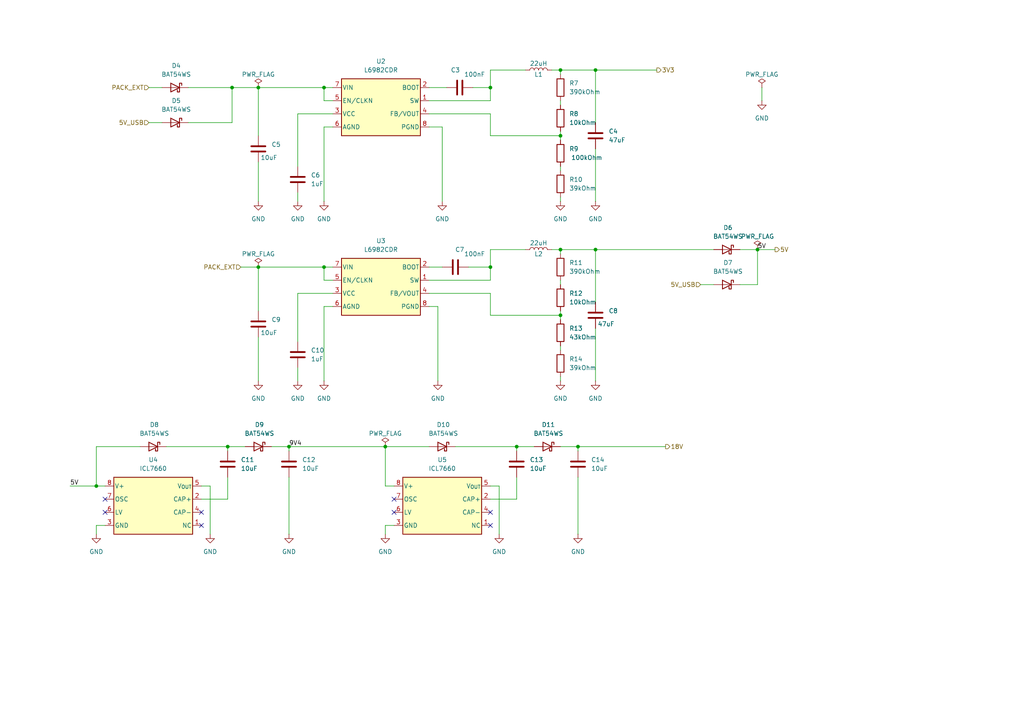
<source format=kicad_sch>
(kicad_sch (version 20231120) (generator "eeschema") (generator_version "8.0")
  (paper "A4")
  (lib_symbols
    (symbol "benediktibk:BAT54WS" (pin_numbers hide) (pin_names (offset 1.016) hide)
      (property "Reference" "D" (at 0 2.54 0))
      (property "Value" "BAT54WS" (at 0 -2.54 0))
      (symbol "BAT54WS_0_1"
        (polyline (pts (xy 1.27 0) (xy -1.27 0)))
        (polyline (pts (xy 1.27 1.27) (xy 1.27 -1.27) (xy -1.27 0) (xy 1.27 1.27)) (stroke (width 0.254)))
        (polyline (pts (xy -1.905 0.635) (xy -1.905 1.27) (xy -1.27 1.27) (xy -1.27 -1.27) (xy -0.635 -1.27) (xy -0.635 -0.635)) (stroke (width 0.254)))
      )
      (symbol "BAT54WS_1_1"
        (pin passive line (at -3.81 0 0) (length 2.54) (name "K") (number "1"))
        (pin passive line (at 3.81 0 180) (length 2.54) (name "A") (number "2"))
      )
    )
    (symbol "benediktibk:C_100nF_SMD_0603_50V" (pin_numbers hide) (pin_names (offset 0.254))
      (property "Reference" "C" (at 0.635 2.54 0))
      (property "Value" "C_100nF_SMD_0603_50V" (at 0.635 -2.54 0))
      (symbol "C_100nF_SMD_0603_50V_0_1"
        (polyline (pts (xy -2.032 -0.762) (xy 2.032 -0.762)) (stroke (width 0.508)))
        (polyline (pts (xy -2.032 0.762) (xy 2.032 0.762)) (stroke (width 0.508)))
      )
      (symbol "C_100nF_SMD_0603_50V_1_1"
        (pin passive line (at 0 3.81 270) (length 2.794) (name "~") (number "1"))
        (pin passive line (at 0 -3.81 90) (length 2.794) (name "~") (number "2"))
      )
    )
    (symbol "benediktibk:C_10uF_SMD_1210_50V_20%" (pin_numbers hide) (pin_names (offset 0.254))
      (property "Reference" "C" (at 0.635 2.54 0))
      (property "Value" "C_10uF_SMD_1210_50V_20%" (at 0.635 -2.54 0))
      (symbol "C_10uF_SMD_1210_50V_20%_0_1"
        (polyline (pts (xy -2.032 -0.762) (xy 2.032 -0.762)) (stroke (width 0.508)))
        (polyline (pts (xy -2.032 0.762) (xy 2.032 0.762)) (stroke (width 0.508)))
      )
      (symbol "C_10uF_SMD_1210_50V_20%_1_1"
        (pin passive line (at 0 3.81 270) (length 2.794) (name "~") (number "1"))
        (pin passive line (at 0 -3.81 90) (length 2.794) (name "~") (number "2"))
      )
    )
    (symbol "benediktibk:C_1uF_SMD_0603_50V_10%" (pin_numbers hide) (pin_names (offset 0.254))
      (property "Reference" "C" (at 0.635 2.54 0))
      (property "Value" "C_1uF_SMD_0603_50V_10%" (at 0.635 -2.54 0))
      (symbol "C_1uF_SMD_0603_50V_10%_0_1"
        (polyline (pts (xy -2.032 -0.762) (xy 2.032 -0.762)) (stroke (width 0.508)))
        (polyline (pts (xy -2.032 0.762) (xy 2.032 0.762)) (stroke (width 0.508)))
      )
      (symbol "C_1uF_SMD_0603_50V_10%_1_1"
        (pin passive line (at 0 3.81 270) (length 2.794) (name "~") (number "1"))
        (pin passive line (at 0 -3.81 90) (length 2.794) (name "~") (number "2"))
      )
    )
    (symbol "benediktibk:C_47uF_SMD_1206_25V_20%" (pin_numbers hide) (pin_names (offset 0.254))
      (property "Reference" "C" (at 0.635 2.54 0))
      (property "Value" "C_47uF_SMD_1206_25V_20%" (at 0.635 -2.54 0))
      (symbol "C_47uF_SMD_1206_25V_20%_0_1"
        (polyline (pts (xy -2.032 -0.762) (xy 2.032 -0.762)) (stroke (width 0.508)))
        (polyline (pts (xy -2.032 0.762) (xy 2.032 0.762)) (stroke (width 0.508)))
      )
      (symbol "C_47uF_SMD_1206_25V_20%_1_1"
        (pin passive line (at 0 3.81 270) (length 2.794) (name "~") (number "1"))
        (pin passive line (at 0 -3.81 90) (length 2.794) (name "~") (number "2"))
      )
    )
    (symbol "benediktibk:ICL7660" (pin_names (offset 0.254))
      (property "Reference" "U" (at -6.35 5.715 0))
      (property "Value" "ICL7660" (at 0 5.715 0))
      (symbol "ICL7660_0_1"
        (rectangle (start -7.62 3.81) (end 15.24 -12.7) (stroke (width 0.254)) (fill (type background)))
      )
      (symbol "ICL7660_1_1"
        (pin bidirectional line (at 17.78 -10.16 180) (length 2.54) (name "NC") (number "1"))
        (pin bidirectional line (at 17.78 -2.54 180) (length 2.54) (name "CAP+") (number "2"))
        (pin passive line (at -10.16 -10.16 0) (length 2.54) (name "GND") (number "3"))
        (pin bidirectional line (at 17.78 -6.35 180) (length 2.54) (name "CAP-") (number "4"))
        (pin passive line (at 17.78 1.27 180) (length 2.54) (name "V_{OUT}") (number "5"))
        (pin input line (at -10.16 -6.35 0) (length 2.54) (name "LV") (number "6"))
        (pin input line (at -10.16 -2.54 0) (length 2.54) (name "OSC") (number "7"))
        (pin power_in line (at -10.16 1.27 0) (length 2.54) (name "V+") (number "8"))
      )
    )
    (symbol "benediktibk:L6982CDR" (pin_names (offset 0.254))
      (property "Reference" "U" (at -6.35 5.715 0))
      (property "Value" "L6982CDR" (at 0 5.715 0))
      (symbol "L6982CDR_0_1"
        (rectangle (start -7.62 3.81) (end 15.24 -12.7) (stroke (width 0.254)) (fill (type background)))
      )
      (symbol "L6982CDR_1_1"
        (pin power_out line (at 17.78 -2.54 180) (length 2.54) (name "SW") (number "1"))
        (pin input line (at 17.78 1.27 180) (length 2.54) (name "BOOT") (number "2"))
        (pin power_out line (at -10.16 -6.35 0) (length 2.54) (name "VCC") (number "3"))
        (pin power_out line (at 17.78 -6.35 180) (length 2.54) (name "FB/VOUT") (number "4"))
        (pin input line (at -10.16 -2.54 0) (length 2.54) (name "EN/CLKN") (number "5"))
        (pin passive line (at -10.16 -10.16 0) (length 2.54) (name "AGND") (number "6"))
        (pin power_in line (at -10.16 1.27 0) (length 2.54) (name "VIN") (number "7"))
        (pin passive line (at 17.78 -10.16 180) (length 2.54) (name "PGND") (number "8"))
      )
    )
    (symbol "benediktibk:L_22uH_1_9A_9MHz_10%" (pin_numbers hide) (pin_names (offset 1.016) hide)
      (property "Reference" "L" (at -1.27 0 90))
      (property "Value" "L_22uH_1_9A_9MHz_10%" (at 1.905 0 90))
      (symbol "L_22uH_1_9A_9MHz_10%_0_1"
        (arc (start 0 -2.54) (mid 0.6323 -1.905) (end 0 -1.27))
        (arc (start 0 -1.27) (mid 0.6323 -0.635) (end 0 0))
        (arc (start 0 0) (mid 0.6323 0.635) (end 0 1.27))
        (arc (start 0 1.27) (mid 0.6323 1.905) (end 0 2.54))
      )
      (symbol "L_22uH_1_9A_9MHz_10%_1_1"
        (pin passive line (at 0 3.81 270) (length 1.27) (name "1") (number "1"))
        (pin passive line (at 0 -3.81 90) (length 1.27) (name "2") (number "2"))
      )
    )
    (symbol "benediktibk:R_100kOhm_SMD_0603_100mW_1%" (pin_numbers hide) (pin_names (offset 0))
      (property "Reference" "R" (at 2.032 0 90))
      (property "Value" "R_100kOhm_SMD_0603_100mW_1%" (at -5.588 -1.016 90))
      (symbol "R_100kOhm_SMD_0603_100mW_1%_0_1"
        (rectangle (start -1.016 -2.54) (end 1.016 2.54) (stroke (width 0.254)))
      )
      (symbol "R_100kOhm_SMD_0603_100mW_1%_1_1"
        (pin passive line (at 0 3.81 270) (length 1.27) (name "~") (number "1"))
        (pin passive line (at 0 -3.81 90) (length 1.27) (name "~") (number "2"))
      )
    )
    (symbol "benediktibk:R_10kOhm_SMD_0603_100mW_1%" (pin_numbers hide) (pin_names (offset 0))
      (property "Reference" "R" (at 2.032 0 90))
      (property "Value" "R_10kOhm_SMD_0603_100mW_1%" (at -5.588 -1.016 90))
      (symbol "R_10kOhm_SMD_0603_100mW_1%_0_1"
        (rectangle (start -1.016 -2.54) (end 1.016 2.54) (stroke (width 0.254)))
      )
      (symbol "R_10kOhm_SMD_0603_100mW_1%_1_1"
        (pin passive line (at 0 3.81 270) (length 1.27) (name "~") (number "1"))
        (pin passive line (at 0 -3.81 90) (length 1.27) (name "~") (number "2"))
      )
    )
    (symbol "benediktibk:R_390kOhm_SMD_0603_100mW_1%" (pin_numbers hide) (pin_names (offset 0))
      (property "Reference" "R" (at 2.032 0 90))
      (property "Value" "R_390kOhm_SMD_0603_100mW_1%" (at -5.588 -1.016 90))
      (symbol "R_390kOhm_SMD_0603_100mW_1%_0_1"
        (rectangle (start -1.016 -2.54) (end 1.016 2.54) (stroke (width 0.254)))
      )
      (symbol "R_390kOhm_SMD_0603_100mW_1%_1_1"
        (pin passive line (at 0 3.81 270) (length 1.27) (name "~") (number "1"))
        (pin passive line (at 0 -3.81 90) (length 1.27) (name "~") (number "2"))
      )
    )
    (symbol "benediktibk:R_39kOhm_SMD_0603_100mW_1%" (pin_numbers hide) (pin_names (offset 0))
      (property "Reference" "R" (at 2.032 0 90))
      (property "Value" "R_39kOhm_SMD_0603_100mW_1%" (at -5.588 -1.016 90))
      (symbol "R_39kOhm_SMD_0603_100mW_1%_0_1"
        (rectangle (start -1.016 -2.54) (end 1.016 2.54) (stroke (width 0.254)))
      )
      (symbol "R_39kOhm_SMD_0603_100mW_1%_1_1"
        (pin passive line (at 0 3.81 270) (length 1.27) (name "~") (number "1"))
        (pin passive line (at 0 -3.81 90) (length 1.27) (name "~") (number "2"))
      )
    )
    (symbol "benediktibk:R_43kOhm_SMD_0603_100mW_1%" (pin_numbers hide) (pin_names (offset 0))
      (property "Reference" "R" (at 2.032 0 90))
      (property "Value" "R_43kOhm_SMD_0603_100mW_1%" (at -5.588 -1.016 90))
      (symbol "R_43kOhm_SMD_0603_100mW_1%_0_1"
        (rectangle (start -1.016 -2.54) (end 1.016 2.54) (stroke (width 0.254)))
      )
      (symbol "R_43kOhm_SMD_0603_100mW_1%_1_1"
        (pin passive line (at 0 3.81 270) (length 1.27) (name "~") (number "1"))
        (pin passive line (at 0 -3.81 90) (length 1.27) (name "~") (number "2"))
      )
    )
    (symbol "power:GND" (power) (pin_numbers hide) (pin_names (offset 0) hide)
      (property "Value" "GND" (at 0 -3.81 0))
      (symbol "GND_0_1"
        (polyline (pts (xy 0 0) (xy 0 -1.27) (xy 1.27 -1.27) (xy 0 -2.54) (xy -1.27 -1.27) (xy 0 -1.27)))
      )
      (symbol "GND_1_1"
        (pin power_in line (at 0 0 270) (length 0) (name "~") (number "1"))
      )
    )
    (symbol "power:PWR_FLAG" (power) (pin_numbers hide) (pin_names (offset 0) hide)
      (property "Value" "PWR_FLAG" (at 0 3.81 0))
      (symbol "PWR_FLAG_0_0"
        (pin power_out line (at 0 0 90) (length 0) (name "~") (number "1"))
      )
      (symbol "PWR_FLAG_0_1"
        (polyline (pts (xy 0 0) (xy 0 1.27) (xy -1.016 1.905) (xy 0 2.54) (xy 1.016 1.905) (xy 0 1.27)))
      )
    )
  )
  (junction (at 219.71 72.39))
  (junction (at 167.64 129.54))
  (junction (at 142.24 25.4))
  (junction (at 66.04 129.54))
  (junction (at 162.56 72.39))
  (junction (at 149.86 129.54))
  (junction (at 83.82 129.54))
  (junction (at 93.98 77.47))
  (junction (at 93.98 25.4))
  (junction (at 172.72 72.39))
  (junction (at 162.56 39.37))
  (junction (at 74.93 25.4))
  (junction (at 162.56 91.44))
  (junction (at 162.56 20.32))
  (junction (at 142.24 77.47))
  (junction (at 67.31 25.4))
  (junction (at 111.76 129.54))
  (junction (at 172.72 20.32))
  (junction (at 27.94 140.97))
  (junction (at 74.93 77.47))
  (no_connect (at 142.24 148.59))
  (no_connect (at 30.48 148.59))
  (no_connect (at 142.24 152.4))
  (no_connect (at 114.3 144.78))
  (no_connect (at 114.3 148.59))
  (no_connect (at 30.48 144.78))
  (no_connect (at 58.42 152.4))
  (no_connect (at 58.42 148.59))
  (wire (pts (xy 66.04 130.81) (xy 66.04 129.54)))
  (wire (pts (xy 124.46 33.02) (xy 142.24 33.02)))
  (wire (pts (xy 40.64 129.54) (xy 27.94 129.54)))
  (wire (pts (xy 27.94 152.4) (xy 30.48 152.4)))
  (wire (pts (xy 162.56 29.21) (xy 162.56 30.48)))
  (wire (pts (xy 86.36 55.88) (xy 86.36 58.42)))
  (wire (pts (xy 83.82 130.81) (xy 83.82 129.54)))
  (wire (pts (xy 86.36 48.26) (xy 86.36 33.02)))
  (wire (pts (xy 162.56 92.71) (xy 162.56 91.44)))
  (wire (pts (xy 142.24 81.28) (xy 142.24 77.47)))
  (wire (pts (xy 86.36 85.09) (xy 96.52 85.09)))
  (wire (pts (xy 67.31 25.4) (xy 67.31 35.56)))
  (wire (pts (xy 142.24 39.37) (xy 162.56 39.37)))
  (wire (pts (xy 93.98 88.9) (xy 93.98 110.49)))
  (wire (pts (xy 167.64 138.43) (xy 167.64 154.94)))
  (wire (pts (xy 43.18 25.4) (xy 46.99 25.4)))
  (wire (pts (xy 142.24 33.02) (xy 142.24 39.37)))
  (wire (pts (xy 124.46 29.21) (xy 142.24 29.21)))
  (wire (pts (xy 20.32 140.97) (xy 27.94 140.97)))
  (wire (pts (xy 127 110.49) (xy 127 88.9)))
  (wire (pts (xy 27.94 129.54) (xy 27.94 140.97)))
  (wire (pts (xy 149.86 130.81) (xy 149.86 129.54)))
  (wire (pts (xy 162.56 100.33) (xy 162.56 101.6)))
  (wire (pts (xy 66.04 129.54) (xy 71.12 129.54)))
  (wire (pts (xy 27.94 154.94) (xy 27.94 152.4)))
  (wire (pts (xy 96.52 81.28) (xy 93.98 81.28)))
  (wire (pts (xy 60.96 154.94) (xy 60.96 140.97)))
  (wire (pts (xy 162.56 91.44) (xy 162.56 90.17)))
  (wire (pts (xy 172.72 95.25) (xy 172.72 110.49)))
  (wire (pts (xy 96.52 36.83) (xy 93.98 36.83)))
  (wire (pts (xy 162.56 20.32) (xy 162.56 21.59)))
  (wire (pts (xy 86.36 99.06) (xy 86.36 85.09)))
  (wire (pts (xy 48.26 129.54) (xy 66.04 129.54)))
  (wire (pts (xy 142.24 20.32) (xy 142.24 25.4)))
  (wire (pts (xy 27.94 140.97) (xy 30.48 140.97)))
  (wire (pts (xy 172.72 72.39) (xy 172.72 87.63)))
  (wire (pts (xy 214.63 72.39) (xy 219.71 72.39)))
  (wire (pts (xy 67.31 25.4) (xy 74.93 25.4)))
  (wire (pts (xy 96.52 88.9) (xy 93.98 88.9)))
  (wire (pts (xy 111.76 154.94) (xy 111.76 152.4)))
  (wire (pts (xy 93.98 36.83) (xy 93.98 58.42)))
  (wire (pts (xy 160.02 72.39) (xy 162.56 72.39)))
  (wire (pts (xy 162.56 48.26) (xy 162.56 49.53)))
  (wire (pts (xy 74.93 97.79) (xy 74.93 110.49)))
  (wire (pts (xy 93.98 25.4) (xy 74.93 25.4)))
  (wire (pts (xy 160.02 20.32) (xy 162.56 20.32)))
  (wire (pts (xy 86.36 106.68) (xy 86.36 110.49)))
  (wire (pts (xy 162.56 38.1) (xy 162.56 39.37)))
  (wire (pts (xy 167.64 129.54) (xy 193.04 129.54)))
  (wire (pts (xy 74.93 77.47) (xy 74.93 90.17)))
  (wire (pts (xy 111.76 140.97) (xy 114.3 140.97)))
  (wire (pts (xy 74.93 77.47) (xy 93.98 77.47)))
  (wire (pts (xy 214.63 82.55) (xy 219.71 82.55)))
  (wire (pts (xy 162.56 129.54) (xy 167.64 129.54)))
  (wire (pts (xy 149.86 129.54) (xy 154.94 129.54)))
  (wire (pts (xy 124.46 129.54) (xy 111.76 129.54)))
  (wire (pts (xy 152.4 20.32) (xy 142.24 20.32)))
  (wire (pts (xy 162.56 73.66) (xy 162.56 72.39)))
  (wire (pts (xy 203.2 82.55) (xy 207.01 82.55)))
  (wire (pts (xy 78.74 129.54) (xy 83.82 129.54)))
  (wire (pts (xy 152.4 72.39) (xy 142.24 72.39)))
  (wire (pts (xy 83.82 138.43) (xy 83.82 154.94)))
  (wire (pts (xy 172.72 43.18) (xy 172.72 58.42)))
  (wire (pts (xy 220.98 25.4) (xy 220.98 29.21)))
  (wire (pts (xy 124.46 81.28) (xy 142.24 81.28)))
  (wire (pts (xy 93.98 77.47) (xy 96.52 77.47)))
  (wire (pts (xy 128.27 36.83) (xy 128.27 58.42)))
  (wire (pts (xy 162.56 109.22) (xy 162.56 110.49)))
  (wire (pts (xy 124.46 25.4) (xy 129.54 25.4)))
  (wire (pts (xy 66.04 144.78) (xy 58.42 144.78)))
  (wire (pts (xy 142.24 91.44) (xy 162.56 91.44)))
  (wire (pts (xy 142.24 25.4) (xy 137.16 25.4)))
  (wire (pts (xy 144.78 154.94) (xy 144.78 140.97)))
  (wire (pts (xy 162.56 72.39) (xy 172.72 72.39)))
  (wire (pts (xy 124.46 36.83) (xy 128.27 36.83)))
  (wire (pts (xy 142.24 77.47) (xy 135.89 77.47)))
  (wire (pts (xy 162.56 57.15) (xy 162.56 58.42)))
  (wire (pts (xy 142.24 29.21) (xy 142.24 25.4)))
  (wire (pts (xy 132.08 129.54) (xy 149.86 129.54)))
  (wire (pts (xy 142.24 85.09) (xy 142.24 91.44)))
  (wire (pts (xy 149.86 144.78) (xy 142.24 144.78)))
  (wire (pts (xy 144.78 140.97) (xy 142.24 140.97)))
  (wire (pts (xy 111.76 152.4) (xy 114.3 152.4)))
  (wire (pts (xy 83.82 129.54) (xy 111.76 129.54)))
  (wire (pts (xy 162.56 81.28) (xy 162.56 82.55)))
  (wire (pts (xy 74.93 25.4) (xy 74.93 39.37)))
  (wire (pts (xy 66.04 138.43) (xy 66.04 144.78)))
  (wire (pts (xy 172.72 72.39) (xy 207.01 72.39)))
  (wire (pts (xy 43.18 35.56) (xy 46.99 35.56)))
  (wire (pts (xy 127 88.9) (xy 124.46 88.9)))
  (wire (pts (xy 124.46 77.47) (xy 128.27 77.47)))
  (wire (pts (xy 93.98 29.21) (xy 93.98 25.4)))
  (wire (pts (xy 54.61 25.4) (xy 67.31 25.4)))
  (wire (pts (xy 219.71 72.39) (xy 219.71 82.55)))
  (wire (pts (xy 172.72 35.56) (xy 172.72 20.32)))
  (wire (pts (xy 60.96 140.97) (xy 58.42 140.97)))
  (wire (pts (xy 96.52 25.4) (xy 93.98 25.4)))
  (wire (pts (xy 172.72 20.32) (xy 190.5 20.32)))
  (wire (pts (xy 93.98 81.28) (xy 93.98 77.47)))
  (wire (pts (xy 111.76 129.54) (xy 111.76 140.97)))
  (wire (pts (xy 167.64 130.81) (xy 167.64 129.54)))
  (wire (pts (xy 142.24 72.39) (xy 142.24 77.47)))
  (wire (pts (xy 54.61 35.56) (xy 67.31 35.56)))
  (wire (pts (xy 96.52 29.21) (xy 93.98 29.21)))
  (wire (pts (xy 219.71 72.39) (xy 224.79 72.39)))
  (wire (pts (xy 162.56 39.37) (xy 162.56 40.64)))
  (wire (pts (xy 124.46 85.09) (xy 142.24 85.09)))
  (wire (pts (xy 149.86 138.43) (xy 149.86 144.78)))
  (wire (pts (xy 162.56 20.32) (xy 172.72 20.32)))
  (wire (pts (xy 69.85 77.47) (xy 74.93 77.47)))
  (wire (pts (xy 86.36 33.02) (xy 96.52 33.02)))
  (wire (pts (xy 74.93 46.99) (xy 74.93 58.42)))
  (label "9V4" (at 83.82 129.54 0))
  (label "5V" (at 219.71 72.39 0))
  (label "5V" (at 20.32 140.97 0))
  (hierarchical_label "5V_USB" (shape input) (at 203.2 82.55 180))
  (hierarchical_label "5V_USB" (shape input) (at 43.18 35.56 180))
  (hierarchical_label "PACK_EXT" (shape input) (at 69.85 77.47 180))
  (hierarchical_label "PACK_EXT" (shape input) (at 43.18 25.4 180))
  (hierarchical_label "5V" (shape output) (at 224.79 72.39 0))
  (hierarchical_label "3V3" (shape output) (at 190.5 20.32 0))
  (hierarchical_label "18V" (shape output) (at 193.04 129.54 0))
  (symbol (lib_id "benediktibk:R_10kOhm_SMD_0603_100mW_1%") (at 162.56 86.36 0) (unit 1)
    (property "Reference" "R12" (at 165.1 85.0899 0) (effects (justify left)))
    (property "Value" "10kOhm" (at 165.1 87.63 0) (effects (justify left)))
    (property "Footprint" "benediktibk:R_0603_1608Metric_Pad0.98x0.95mm_HandSolder" (effects (hide yes)))
    (property "Description" "Resistor" (effects (hide yes)))
    (property "RS order number" "125-1173" (effects (hide yes)))
    (property "Mouser Part Number" "652-CR0603FX-1002ELF" (effects (hide yes)))
  )
  (symbol (lib_id "benediktibk:BAT54WS") (at 74.93 129.54 0) (mirror y) (unit 1)
    (property "Reference" "D9" (at 75.2475 123.19 0))
    (property "Value" "BAT54WS" (at 75.2475 125.73 0))
    (property "Footprint" "benediktibk:D_SOD-323" (effects (hide yes)))
    (property "Description" "Schottky diode" (effects (hide yes)))
    (property "RS order number" "738-4844" (effects (hide yes)))
    (property "Mouser Part Number" "637-BAT54WS" (effects (hide yes)))
  )
  (symbol (lib_id "power:GND") (at 83.82 154.94 0) (unit 1)
    (property "Reference" "#PWR032" (effects (hide yes)))
    (property "Value" "GND" (at 83.82 160.02 0))
    (property "Description" "Power symbol creates a global label with name \"GND\" , ground" (effects (hide yes)))
  )
  (symbol (lib_id "benediktibk:R_390kOhm_SMD_0603_100mW_1%") (at 162.56 25.4 0) (unit 1)
    (property "Reference" "R7" (at 165.1 24.1299 0) (effects (justify left)))
    (property "Value" "390kOhm" (at 165.1 26.6699 0) (effects (justify left)))
    (property "Footprint" "benediktibk:R_0603_1608Metric_Pad0.98x0.95mm_HandSolder" (effects (hide yes)))
    (property "Description" "Resistor" (effects (hide yes)))
    (property "RS order number" "679-0279" (effects (hide yes)))
    (property "Mouser Part Number" "603-RT0603FRE07390KL" (effects (hide yes)))
  )
  (symbol (lib_id "benediktibk:R_390kOhm_SMD_0603_100mW_1%") (at 162.56 77.47 0) (unit 1)
    (property "Reference" "R11" (at 165.1 76.1999 0) (effects (justify left)))
    (property "Value" "390kOhm" (at 165.1 78.7399 0) (effects (justify left)))
    (property "Footprint" "benediktibk:R_0603_1608Metric_Pad0.98x0.95mm_HandSolder" (effects (hide yes)))
    (property "Description" "Resistor" (effects (hide yes)))
    (property "RS order number" "679-0279" (effects (hide yes)))
    (property "Mouser Part Number" "603-RT0603FRE07390KL" (effects (hide yes)))
  )
  (symbol (lib_id "benediktibk:R_39kOhm_SMD_0603_100mW_1%") (at 162.56 105.41 0) (unit 1)
    (property "Reference" "R14" (at 165.1 104.1399 0) (effects (justify left)))
    (property "Value" "39kOhm" (at 165.1 106.6799 0) (effects (justify left)))
    (property "Footprint" "benediktibk:R_0603_1608Metric_Pad0.98x0.95mm_HandSolder" (effects (hide yes)))
    (property "Description" "Resistor" (effects (hide yes)))
    (property "RS order number" "679-0285" (effects (hide yes)))
    (property "Mouser Part Number" "603-RC0603FR-1039KL" (effects (hide yes)))
  )
  (symbol (lib_id "benediktibk:BAT54WS") (at 210.82 72.39 0) (mirror y) (unit 1)
    (property "Reference" "D6" (at 211.1375 66.04 0))
    (property "Value" "BAT54WS" (at 211.1375 68.58 0))
    (property "Footprint" "benediktibk:D_SOD-323" (effects (hide yes)))
    (property "Datasheet" "738-4844" (effects (hide yes)))
    (property "Description" "Schottky diode" (effects (hide yes)))
    (property "RS order number" "738-4844" (effects (hide yes)))
    (property "Mouser Part Number" "637-BAT54WS" (effects (hide yes)))
  )
  (symbol (lib_id "benediktibk:C_10uF_SMD_1210_50V_20%") (at 83.82 134.62 0) (unit 1)
    (property "Reference" "C12" (at 87.63 133.35 0) (effects (justify left)))
    (property "Value" "10uF" (at 87.63 135.89 0) (effects (justify left)))
    (property "Footprint" "benediktibk:C_1210_3225Metric_Pad1.33x2.70mm_HandSolder" (effects (hide yes)))
    (property "Description" "Unpolarized capacitor" (effects (hide yes)))
    (property "RS order number" "172-1575" (effects (hide yes)))
    (property "Mouser Part Number" "187-CL31A106MBHNNNE" (effects (hide yes)))
  )
  (symbol (lib_id "benediktibk:BAT54WS") (at 128.27 129.54 0) (mirror y) (unit 1)
    (property "Reference" "D10" (at 128.5875 123.19 0))
    (property "Value" "BAT54WS" (at 128.5875 125.73 0))
    (property "Footprint" "benediktibk:D_SOD-323" (effects (hide yes)))
    (property "Description" "Schottky diode" (effects (hide yes)))
    (property "RS order number" "738-4844" (effects (hide yes)))
    (property "Mouser Part Number" "637-BAT54WS" (effects (hide yes)))
  )
  (symbol (lib_id "benediktibk:C_100nF_SMD_0603_50V") (at 132.08 77.47 270) (unit 1)
    (property "Reference" "C7" (at 133.35 72.39 90))
    (property "Value" "100nF" (at 134.62 73.66 90) (effects (justify left)))
    (property "Footprint" "benediktibk:C_0603_1608Metric_Pad1.08x0.95mm_HandSolder" (effects (hide yes)))
    (property "Description" "Unpolarized capacitor" (effects (hide yes)))
    (property "RS order number" "242-7372" (effects (hide yes)))
    (property "Mouser Part Number" "581-KGM15BR71H104KM" (effects (hide yes)))
  )
  (symbol (lib_id "benediktibk:C_10uF_SMD_1210_50V_20%") (at 66.04 134.62 0) (unit 1)
    (property "Reference" "C11" (at 69.85 133.35 0) (effects (justify left)))
    (property "Value" "10uF" (at 69.85 135.89 0) (effects (justify left)))
    (property "Footprint" "benediktibk:C_1210_3225Metric_Pad1.33x2.70mm_HandSolder" (effects (hide yes)))
    (property "Description" "Unpolarized capacitor" (effects (hide yes)))
    (property "RS order number" "172-1575" (effects (hide yes)))
    (property "Mouser Part Number" "187-CL31A106MBHNNNE" (effects (hide yes)))
  )
  (symbol (lib_id "power:GND") (at 127 110.49 0) (unit 1)
    (property "Reference" "#PWR027" (effects (hide yes)))
    (property "Value" "GND" (at 127 115.57 0))
    (property "Description" "Power symbol creates a global label with name \"GND\" , ground" (effects (hide yes)))
  )
  (symbol (lib_id "benediktibk:ICL7660") (at 40.64 142.24 0) (unit 1)
    (property "Reference" "U4" (at 44.45 133.35 0))
    (property "Value" "ICL7660" (at 44.45 135.89 0))
    (property "Footprint" "benediktibk:SOIC-8_3.9x4.9mm_P1.27mm" (effects (hide yes)))
    (property "Description" "charge pump" (effects (hide yes)))
    (property "RS order number" "197-2514" (effects (hide yes)))
    (property "Mouser Part Number" "968-ICL7660CBAZ-T" (effects (hide yes)))
  )
  (symbol (lib_id "benediktibk:C_47uF_SMD_1206_25V_20%") (at 172.72 39.37 0) (unit 1)
    (property "Reference" "C4" (at 176.53 38.0999 0) (effects (justify left)))
    (property "Value" "47uF" (at 176.53 40.6399 0) (effects (justify left)))
    (property "Footprint" "benediktibk:C_1206_3216Metric_Pad1.33x1.80mm_HandSolder" (effects (hide yes)))
    (property "Description" "Unpolarized capacitor" (effects (hide yes)))
    (property "RS order number" "788-3060" (effects (hide yes)))
    (property "Mouser Part Number" "810-C3216X5R1E476M" (effects (hide yes)))
  )
  (symbol (lib_id "power:GND") (at 172.72 110.49 0) (unit 1)
    (property "Reference" "#PWR029" (effects (hide yes)))
    (property "Value" "GND" (at 172.72 115.57 0))
    (property "Description" "Power symbol creates a global label with name \"GND\" , ground" (effects (hide yes)))
  )
  (symbol (lib_id "benediktibk:L6982CDR") (at 106.68 26.67 0) (unit 1)
    (property "Reference" "U2" (at 110.49 17.78 0))
    (property "Value" "L6982CDR" (at 110.49 20.32 0))
    (property "Footprint" "benediktibk:SO-8_3.9x4.9mm_P1.27mm" (effects (hide yes)))
    (property "Description" "700mA Micropower Low Dropout Linear Regulator, adjustable output voltage, SO-8" (effects (hide yes)))
    (property "RS order number" "228-2997" (effects (hide yes)))
    (property "Mouser Part Number" "511-L6982CDR" (effects (hide yes)))
  )
  (symbol (lib_id "benediktibk:C_10uF_SMD_1210_50V_20%") (at 74.93 93.98 0) (unit 1)
    (property "Reference" "C9" (at 78.74 92.7099 0) (effects (justify left)))
    (property "Value" "10uF" (at 75.565 96.52 0) (effects (justify left)))
    (property "Footprint" "benediktibk:C_1210_3225Metric_Pad1.33x2.70mm_HandSolder" (effects (hide yes)))
    (property "Description" "Unpolarized capacitor" (effects (hide yes)))
    (property "RS order number" "172-1575" (effects (hide yes)))
    (property "Mouser Part Number" "187-CL31A106MBHNNNE" (effects (hide yes)))
  )
  (symbol (lib_id "power:GND") (at 86.36 58.42 0) (unit 1)
    (property "Reference" "#PWR019" (effects (hide yes)))
    (property "Value" "GND" (at 86.36 63.5 0))
    (property "Description" "Power symbol creates a global label with name \"GND\" , ground" (effects (hide yes)))
  )
  (symbol (lib_id "benediktibk:C_1uF_SMD_0603_50V_10%") (at 86.36 102.87 0) (unit 1)
    (property "Reference" "C10" (at 90.17 101.5999 0) (effects (justify left)))
    (property "Value" "1uF" (at 90.17 104.1399 0) (effects (justify left)))
    (property "Footprint" "benediktibk:C_0603_1608Metric_Pad1.08x0.95mm_HandSolder" (effects (hide yes)))
    (property "Description" "Unpolarized capacitor" (effects (hide yes)))
    (property "RS order number" "103-4112" (effects (hide yes)))
    (property "Mouser Part Number" "963-UMK107BJ105KA-T" (effects (hide yes)))
  )
  (symbol (lib_id "power:GND") (at 144.78 154.94 0) (unit 1)
    (property "Reference" "#PWR034" (effects (hide yes)))
    (property "Value" "GND" (at 144.78 160.02 0))
    (property "Description" "Power symbol creates a global label with name \"GND\" , ground" (effects (hide yes)))
  )
  (symbol (lib_id "benediktibk:BAT54WS") (at 50.8 25.4 0) (mirror y) (unit 1)
    (property "Reference" "D4" (at 51.1175 19.05 0))
    (property "Value" "BAT54WS" (at 51.1175 21.59 0))
    (property "Footprint" "benediktibk:D_SOD-323" (effects (hide yes)))
    (property "Datasheet" "738-4844" (effects (hide yes)))
    (property "Description" "Schottky diode" (effects (hide yes)))
    (property "RS order number" "738-4844" (effects (hide yes)))
    (property "Mouser Part Number" "637-BAT54WS" (effects (hide yes)))
  )
  (symbol (lib_id "benediktibk:C_10uF_SMD_1210_50V_20%") (at 74.93 43.18 0) (unit 1)
    (property "Reference" "C5" (at 78.74 41.9099 0) (effects (justify left)))
    (property "Value" "10uF" (at 75.565 45.72 0) (effects (justify left)))
    (property "Footprint" "benediktibk:C_1210_3225Metric_Pad1.33x2.70mm_HandSolder" (effects (hide yes)))
    (property "Description" "Unpolarized capacitor" (effects (hide yes)))
    (property "RS order number" "172-1575" (effects (hide yes)))
    (property "Mouser Part Number" "187-CL31A106MBHNNNE" (effects (hide yes)))
  )
  (symbol (lib_id "benediktibk:BAT54WS") (at 158.75 129.54 0) (mirror y) (unit 1)
    (property "Reference" "D11" (at 159.0675 123.19 0))
    (property "Value" "BAT54WS" (at 159.0675 125.73 0))
    (property "Footprint" "benediktibk:D_SOD-323" (effects (hide yes)))
    (property "Description" "Schottky diode" (effects (hide yes)))
    (property "RS order number" "738-4844" (effects (hide yes)))
    (property "Mouser Part Number" "637-BAT54WS" (effects (hide yes)))
  )
  (symbol (lib_id "power:PWR_FLAG") (at 220.98 25.4 0) (unit 1)
    (property "Reference" "#FLG02" (effects (hide yes)))
    (property "Value" "PWR_FLAG" (at 220.98 21.59 0))
    (property "Description" "Special symbol for telling ERC where power comes from" (effects (hide yes)))
  )
  (symbol (lib_id "power:GND") (at 93.98 58.42 0) (unit 1)
    (property "Reference" "#PWR020" (effects (hide yes)))
    (property "Value" "GND" (at 93.98 63.5 0))
    (property "Description" "Power symbol creates a global label with name \"GND\" , ground" (effects (hide yes)))
  )
  (symbol (lib_id "benediktibk:ICL7660") (at 124.46 142.24 0) (unit 1)
    (property "Reference" "U5" (at 128.27 133.35 0))
    (property "Value" "ICL7660" (at 128.27 135.89 0))
    (property "Footprint" "benediktibk:SOIC-8_3.9x4.9mm_P1.27mm" (effects (hide yes)))
    (property "Description" "charge pump" (effects (hide yes)))
    (property "RS order number" "197-2514" (effects (hide yes)))
    (property "Mouser Part Number" "968-ICL7660CBAZ-T" (effects (hide yes)))
  )
  (symbol (lib_id "power:GND") (at 60.96 154.94 0) (unit 1)
    (property "Reference" "#PWR031" (effects (hide yes)))
    (property "Value" "GND" (at 60.96 160.02 0))
    (property "Description" "Power symbol creates a global label with name \"GND\" , ground" (effects (hide yes)))
  )
  (symbol (lib_id "benediktibk:L_22uH_1_9A_9MHz_10%") (at 156.21 20.32 270) (mirror x) (unit 1)
    (property "Reference" "L1" (at 156.21 21.59 90))
    (property "Value" "22uH" (at 156.21 18.415 90))
    (property "Footprint" "benediktibk:L_Radial_D9.5mm_P5.00mm_Fastron_07HVP" (effects (hide yes)))
    (property "Description" "Inductor" (effects (hide yes)))
    (property "RS order number" "800-4388" (effects (hide yes)))
  )
  (symbol (lib_id "benediktibk:R_100kOhm_SMD_0603_100mW_1%") (at 162.56 44.45 0) (unit 1)
    (property "Reference" "R9" (at 165.1 43.1799 0) (effects (justify left)))
    (property "Value" "100kOhm" (at 170.18 45.72 0))
    (property "Footprint" "benediktibk:R_0603_1608Metric_Pad0.98x0.95mm_HandSolder" (effects (hide yes)))
    (property "Description" "Resistor" (effects (hide yes)))
    (property "RS order number" "213-2531" (effects (hide yes)))
    (property "Mouser Part Number" "603-RT0603FRE13100KL" (effects (hide yes)))
  )
  (symbol (lib_id "power:GND") (at 162.56 58.42 0) (unit 1)
    (property "Reference" "#PWR022" (effects (hide yes)))
    (property "Value" "GND" (at 162.56 63.5 0))
    (property "Description" "Power symbol creates a global label with name \"GND\" , ground" (effects (hide yes)))
  )
  (symbol (lib_id "power:GND") (at 93.98 110.49 0) (unit 1)
    (property "Reference" "#PWR026" (effects (hide yes)))
    (property "Value" "GND" (at 93.98 115.57 0))
    (property "Description" "Power symbol creates a global label with name \"GND\" , ground" (effects (hide yes)))
  )
  (symbol (lib_id "benediktibk:BAT54WS") (at 210.82 82.55 0) (mirror y) (unit 1)
    (property "Reference" "D7" (at 211.1375 76.2 0))
    (property "Value" "BAT54WS" (at 211.1375 78.74 0))
    (property "Footprint" "benediktibk:D_SOD-323" (effects (hide yes)))
    (property "Description" "Schottky diode" (effects (hide yes)))
    (property "RS order number" "738-4844" (effects (hide yes)))
    (property "Mouser Part Number" "637-BAT54WS" (effects (hide yes)))
  )
  (symbol (lib_id "power:PWR_FLAG") (at 111.76 129.54 0) (unit 1)
    (property "Reference" "#FLG05" (effects (hide yes)))
    (property "Value" "PWR_FLAG" (at 111.76 125.73 0))
    (property "Description" "Special symbol for telling ERC where power comes from" (effects (hide yes)))
  )
  (symbol (lib_id "benediktibk:C_10uF_SMD_1210_50V_20%") (at 149.86 134.62 0) (unit 1)
    (property "Reference" "C13" (at 153.67 133.35 0) (effects (justify left)))
    (property "Value" "10uF" (at 153.67 135.89 0) (effects (justify left)))
    (property "Footprint" "benediktibk:C_1210_3225Metric_Pad1.33x2.70mm_HandSolder" (effects (hide yes)))
    (property "Description" "Unpolarized capacitor" (effects (hide yes)))
    (property "RS order number" "172-1575" (effects (hide yes)))
    (property "Mouser Part Number" "187-CL31A106MBHNNNE" (effects (hide yes)))
  )
  (symbol (lib_id "power:PWR_FLAG") (at 219.71 72.39 0) (unit 1)
    (property "Reference" "#FLG03" (effects (hide yes)))
    (property "Value" "PWR_FLAG" (at 219.71 68.58 0))
    (property "Description" "Special symbol for telling ERC where power comes from" (effects (hide yes)))
  )
  (symbol (lib_id "power:PWR_FLAG") (at 74.93 25.4 0) (unit 1)
    (property "Reference" "#FLG01" (effects (hide yes)))
    (property "Value" "PWR_FLAG" (at 74.93 21.59 0))
    (property "Description" "Special symbol for telling ERC where power comes from" (effects (hide yes)))
  )
  (symbol (lib_id "benediktibk:R_39kOhm_SMD_0603_100mW_1%") (at 162.56 53.34 0) (unit 1)
    (property "Reference" "R10" (at 165.1 52.0699 0) (effects (justify left)))
    (property "Value" "39kOhm" (at 165.1 54.6099 0) (effects (justify left)))
    (property "Footprint" "benediktibk:R_0603_1608Metric_Pad0.98x0.95mm_HandSolder" (effects (hide yes)))
    (property "Description" "Resistor" (effects (hide yes)))
    (property "RS order number" "679-0285" (effects (hide yes)))
    (property "Mouser Part Number" "603-RC0603FR-1039KL" (effects (hide yes)))
  )
  (symbol (lib_id "power:GND") (at 128.27 58.42 0) (unit 1)
    (property "Reference" "#PWR021" (effects (hide yes)))
    (property "Value" "GND" (at 128.27 63.5 0))
    (property "Description" "Power symbol creates a global label with name \"GND\" , ground" (effects (hide yes)))
  )
  (symbol (lib_id "benediktibk:C_1uF_SMD_0603_50V_10%") (at 86.36 52.07 0) (unit 1)
    (property "Reference" "C6" (at 90.17 50.7999 0) (effects (justify left)))
    (property "Value" "1uF" (at 90.17 53.3399 0) (effects (justify left)))
    (property "Footprint" "benediktibk:C_0603_1608Metric_Pad1.08x0.95mm_HandSolder" (effects (hide yes)))
    (property "Description" "Unpolarized capacitor" (effects (hide yes)))
    (property "RS order number" "103-4112" (effects (hide yes)))
    (property "Mouser Part Number" "963-UMK107BJ105KA-T" (effects (hide yes)))
  )
  (symbol (lib_id "power:GND") (at 86.36 110.49 0) (unit 1)
    (property "Reference" "#PWR025" (effects (hide yes)))
    (property "Value" "GND" (at 86.36 115.57 0))
    (property "Description" "Power symbol creates a global label with name \"GND\" , ground" (effects (hide yes)))
  )
  (symbol (lib_id "power:GND") (at 74.93 110.49 0) (unit 1)
    (property "Reference" "#PWR024" (effects (hide yes)))
    (property "Value" "GND" (at 74.93 115.57 0))
    (property "Description" "Power symbol creates a global label with name \"GND\" , ground" (effects (hide yes)))
  )
  (symbol (lib_id "benediktibk:C_47uF_SMD_1206_25V_20%") (at 172.72 91.44 0) (unit 1)
    (property "Reference" "C8" (at 176.53 90.1699 0) (effects (justify left)))
    (property "Value" "47uF" (at 173.355 93.98 0) (effects (justify left)))
    (property "Footprint" "benediktibk:C_1206_3216Metric_Pad1.33x1.80mm_HandSolder" (effects (hide yes)))
    (property "Description" "Unpolarized capacitor" (effects (hide yes)))
    (property "RS order number" "788-3060" (effects (hide yes)))
    (property "Mouser Part Number" "810-C3216X5R1E476M" (effects (hide yes)))
  )
  (symbol (lib_id "benediktibk:BAT54WS") (at 50.8 35.56 0) (mirror y) (unit 1)
    (property "Reference" "D5" (at 51.1175 29.21 0))
    (property "Value" "BAT54WS" (at 51.1175 31.75 0))
    (property "Footprint" "benediktibk:D_SOD-323" (effects (hide yes)))
    (property "Description" "Schottky diode" (effects (hide yes)))
    (property "RS order number" "738-4844" (effects (hide yes)))
    (property "Mouser Part Number" "637-BAT54WS" (effects (hide yes)))
  )
  (symbol (lib_id "benediktibk:BAT54WS") (at 44.45 129.54 0) (mirror y) (unit 1)
    (property "Reference" "D8" (at 44.7675 123.19 0))
    (property "Value" "BAT54WS" (at 44.7675 125.73 0))
    (property "Footprint" "benediktibk:D_SOD-323" (effects (hide yes)))
    (property "Description" "Schottky diode" (effects (hide yes)))
    (property "RS order number" "738-4844" (effects (hide yes)))
    (property "Mouser Part Number" "637-BAT54WS" (effects (hide yes)))
  )
  (symbol (lib_id "benediktibk:L_22uH_1_9A_9MHz_10%") (at 156.21 72.39 270) (mirror x) (unit 1)
    (property "Reference" "L2" (at 156.21 73.66 90))
    (property "Value" "22uH" (at 156.21 70.485 90))
    (property "Footprint" "benediktibk:L_Radial_D9.5mm_P5.00mm_Fastron_07HVP" (effects (hide yes)))
    (property "Description" "Inductor" (effects (hide yes)))
    (property "RS order number" "800-4388" (effects (hide yes)))
  )
  (symbol (lib_id "benediktibk:C_100nF_SMD_0603_50V") (at 133.35 25.4 270) (unit 1)
    (property "Reference" "C3" (at 132.08 20.32 90))
    (property "Value" "100nF" (at 134.62 21.59 90) (effects (justify left)))
    (property "Footprint" "benediktibk:C_0603_1608Metric_Pad1.08x0.95mm_HandSolder" (effects (hide yes)))
    (property "Description" "Unpolarized capacitor" (effects (hide yes)))
    (property "RS order number" "242-7372" (effects (hide yes)))
    (property "Mouser Part Number" "581-KGM15BR71H104KM" (effects (hide yes)))
  )
  (symbol (lib_id "benediktibk:L6982CDR") (at 106.68 78.74 0) (unit 1)
    (property "Reference" "U3" (at 110.49 69.85 0))
    (property "Value" "L6982CDR" (at 110.49 72.39 0))
    (property "Footprint" "benediktibk:SO-8_3.9x4.9mm_P1.27mm" (effects (hide yes)))
    (property "Description" "700mA Micropower Low Dropout Linear Regulator, adjustable output voltage, SO-8" (effects (hide yes)))
    (property "RS order number" "228-2997" (effects (hide yes)))
    (property "Mouser Part Number" "511-L6982CDR" (effects (hide yes)))
  )
  (symbol (lib_id "benediktibk:C_10uF_SMD_1210_50V_20%") (at 167.64 134.62 0) (unit 1)
    (property "Reference" "C14" (at 171.45 133.35 0) (effects (justify left)))
    (property "Value" "10uF" (at 171.45 135.89 0) (effects (justify left)))
    (property "Footprint" "benediktibk:C_1210_3225Metric_Pad1.33x2.70mm_HandSolder" (effects (hide yes)))
    (property "Description" "Unpolarized capacitor" (effects (hide yes)))
    (property "RS order number" "172-1575" (effects (hide yes)))
    (property "Mouser Part Number" "187-CL31A106MBHNNNE" (effects (hide yes)))
  )
  (symbol (lib_id "power:GND") (at 220.98 29.21 0) (unit 1)
    (property "Reference" "#PWR017" (effects (hide yes)))
    (property "Value" "GND" (at 220.98 34.29 0))
    (property "Description" "Power symbol creates a global label with name \"GND\" , ground" (effects (hide yes)))
  )
  (symbol (lib_id "power:GND") (at 172.72 58.42 0) (unit 1)
    (property "Reference" "#PWR023" (effects (hide yes)))
    (property "Value" "GND" (at 172.72 63.5 0))
    (property "Description" "Power symbol creates a global label with name \"GND\" , ground" (effects (hide yes)))
  )
  (symbol (lib_id "power:GND") (at 111.76 154.94 0) (unit 1)
    (property "Reference" "#PWR033" (effects (hide yes)))
    (property "Value" "GND" (at 111.76 160.02 0))
    (property "Description" "Power symbol creates a global label with name \"GND\" , ground" (effects (hide yes)))
  )
  (symbol (lib_id "benediktibk:R_43kOhm_SMD_0603_100mW_1%") (at 162.56 96.52 0) (unit 1)
    (property "Reference" "R13" (at 165.1 95.2499 0) (effects (justify left)))
    (property "Value" "43kOhm" (at 165.1 97.7899 0) (effects (justify left)))
    (property "Footprint" "benediktibk:R_0603_1608Metric_Pad0.98x0.95mm_HandSolder" (effects (hide yes)))
    (property "Description" "Resistor" (effects (hide yes)))
    (property "RS order number" "679-0386" (effects (hide yes)))
    (property "Mouser Part Number" "603-RT0603FRE0743KL" (effects (hide yes)))
  )
  (symbol (lib_id "power:GND") (at 27.94 154.94 0) (unit 1)
    (property "Reference" "#PWR030" (effects (hide yes)))
    (property "Value" "GND" (at 27.94 160.02 0))
    (property "Description" "Power symbol creates a global label with name \"GND\" , ground" (effects (hide yes)))
  )
  (symbol (lib_id "power:GND") (at 167.64 154.94 0) (unit 1)
    (property "Reference" "#PWR035" (effects (hide yes)))
    (property "Value" "GND" (at 167.64 160.02 0))
    (property "Description" "Power symbol creates a global label with name \"GND\" , ground" (effects (hide yes)))
  )
  (symbol (lib_id "power:GND") (at 162.56 110.49 0) (unit 1)
    (property "Reference" "#PWR028" (effects (hide yes)))
    (property "Value" "GND" (at 162.56 115.57 0))
    (property "Description" "Power symbol creates a global label with name \"GND\" , ground" (effects (hide yes)))
  )
  (symbol (lib_id "power:GND") (at 74.93 58.42 0) (unit 1)
    (property "Reference" "#PWR018" (effects (hide yes)))
    (property "Value" "GND" (at 74.93 63.5 0))
    (property "Description" "Power symbol creates a global label with name \"GND\" , ground" (effects (hide yes)))
  )
  (symbol (lib_id "benediktibk:R_10kOhm_SMD_0603_100mW_1%") (at 162.56 34.29 0) (unit 1)
    (property "Reference" "R8" (at 165.1 33.0199 0) (effects (justify left)))
    (property "Value" "10kOhm" (at 165.1 35.56 0) (effects (justify left)))
    (property "Footprint" "benediktibk:R_0603_1608Metric_Pad0.98x0.95mm_HandSolder" (effects (hide yes)))
    (property "Description" "Resistor" (effects (hide yes)))
    (property "RS order number" "125-1173" (effects (hide yes)))
    (property "Mouser Part Number" "652-CR0603FX-1002ELF" (effects (hide yes)))
  )
  (symbol (lib_id "power:PWR_FLAG") (at 74.93 77.47 0) (unit 1)
    (property "Reference" "#FLG04" (effects (hide yes)))
    (property "Value" "PWR_FLAG" (at 74.93 73.66 0))
    (property "Description" "Special symbol for telling ERC where power comes from" (effects (hide yes)))
  )
)
</source>
